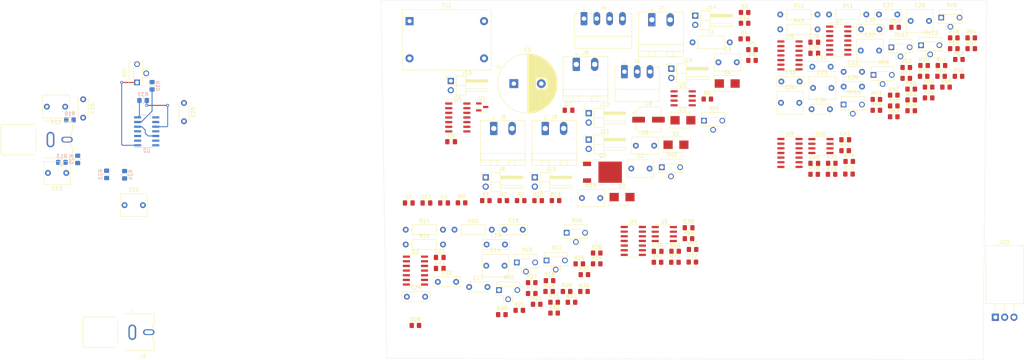
<source format=kicad_pcb>
(kicad_pcb (version 20211014) (generator pcbnew)
  (layers (0 "F.Cu" signal) (31 "B.Cu" signal) (34 "B.Paste" user) (35 "F.Paste" user) (36 "B.SilkS" user "B.Silkscreen") (37 "F.SilkS" user "F.Silkscreen") (38 "B.Mask" user) (39 "F.Mask" user) (44 "Edge.Cuts" user))
  (net 0 "")
  (net 1 "GND")
  (net 2 "+9V")
  (net 3 "Net-(C2-Pad2)")
  (net 4 "Net-(C2-Pad1)")
  (net 5 "Net-(C3-Pad2)")
  (net 6 "Net-(C4-Pad1)")
  (net 7 "vcc_prefiltered")
  (net 8 "Net-(C6-Pad1)")
  (net 9 "half_vcc")
  (net 10 "Net-(C9-Pad1)")
  (net 11 "Net-(C10-Pad2)")
  (net 12 "Net-(C10-Pad1)")
  (net 13 "/preamp_filter_r/rca_n")
  (net 14 "Net-(C12-Pad1)")
  (net 15 "/preamp_filter_r/rca_p")
  (net 16 "Net-(C13-Pad1)")
  (net 17 "Net-(C14-Pad2)")
  (net 18 "Net-(C14-Pad1)")
  (net 19 "Net-(C15-Pad2)")
  (net 20 "Net-(C15-Pad1)")
  (net 21 "Net-(C16-Pad2)")
  (net 22 "Net-(C16-Pad1)")
  (net 23 "Net-(C17-Pad2)")
  (net 24 "/preamp_filter_r/MID")
  (net 25 "Net-(C18-Pad2)")
  (net 26 "Net-(C18-Pad1)")
  (net 27 "Net-(C19-Pad2)")
  (net 28 "/preamp_filter_r/LOW")
  (net 29 "Net-(C20-Pad2)")
  (net 30 "/preamp_filter_r/HIGH")
  (net 31 "Net-(C22-Pad2)")
  (net 32 "Net-(C22-Pad1)")
  (net 33 "Net-(C24-Pad2)")
  (net 34 "/preamp_filter_r/LO_MID")
  (net 35 "/preamp_filter_l/rca_n")
  (net 36 "Net-(C25-Pad1)")
  (net 37 "/preamp_filter_l/rca_p")
  (net 38 "Net-(C26-Pad1)")
  (net 39 "Net-(C27-Pad2)")
  (net 40 "Net-(C27-Pad1)")
  (net 41 "Net-(C28-Pad2)")
  (net 42 "Net-(C28-Pad1)")
  (net 43 "Net-(C29-Pad2)")
  (net 44 "Net-(C29-Pad1)")
  (net 45 "Net-(C30-Pad2)")
  (net 46 "/preamp_filter_l/MID")
  (net 47 "Net-(C31-Pad2)")
  (net 48 "Net-(C31-Pad1)")
  (net 49 "Net-(C32-Pad2)")
  (net 50 "/preamp_filter_l/LOW")
  (net 51 "Net-(C33-Pad2)")
  (net 52 "/preamp_filter_l/HIGH")
  (net 53 "Net-(C35-Pad2)")
  (net 54 "Net-(C35-Pad1)")
  (net 55 "Net-(C37-Pad2)")
  (net 56 "/preamp_filter_l/LO_MID")
  (net 57 "Net-(D1-Pad2)")
  (net 58 "Net-(D3-Pad2)")
  (net 59 "Net-(D3-Pad1)")
  (net 60 "Net-(FL1-Pad2)")
  (net 61 "/preamp_filter_r/hi_p")
  (net 62 "/preamp_filter_r/hi_n")
  (net 63 "/preamp_filter_l/hi_p")
  (net 64 "/preamp_filter_l/hi_n")
  (net 65 "/se_to_diff_l/HI_N")
  (net 66 "/se_to_diff_l/HI_P")
  (net 67 "/se_to_diff_l/MID_N")
  (net 68 "/se_to_diff_l/MID_P")
  (net 69 "/se_to_diff_l/LOW_N")
  (net 70 "/se_to_diff_l/LOW_P")
  (net 71 "/se_to_diff_r/HI_N")
  (net 72 "/se_to_diff_r/HI_P")
  (net 73 "/se_to_diff_r/MID_N")
  (net 74 "/se_to_diff_r/MID_P")
  (net 75 "/se_to_diff_r/LOW_N")
  (net 76 "/se_to_diff_r/LOW_P")
  (net 77 "/lfe_n")
  (net 78 "/lfe_p")
  (net 79 "Net-(Q1-Pad3)")
  (net 80 "Net-(Q1-Pad1)")
  (net 81 "Net-(R5-Pad2)")
  (net 82 "Net-(R7-Pad2)")
  (net 83 "Net-(R8-Pad2)")
  (net 84 "Net-(R10-Pad1)")
  (net 85 "Net-(R11-Pad1)")
  (net 86 "Net-(R17-Pad1)")
  (net 87 "Net-(R26-Pad2)")
  (net 88 "Net-(R27-Pad1)")
  (net 89 "Net-(R29-Pad2)")
  (net 90 "Net-(R30-Pad2)")
  (net 91 "Net-(R30-Pad1)")
  (net 92 "Net-(R31-Pad2)")
  (net 93 "Net-(R32-Pad1)")
  (net 94 "Net-(R33-Pad1)")
  (net 95 "Net-(R37-Pad2)")
  (net 96 "Net-(R39-Pad2)")
  (net 97 "Net-(R44-Pad1)")
  (net 98 "Net-(R53-Pad2)")
  (net 99 "Net-(R54-Pad1)")
  (net 100 "Net-(R56-Pad2)")
  (net 101 "Net-(R57-Pad2)")
  (net 102 "Net-(R57-Pad1)")
  (net 103 "Net-(R58-Pad2)")
  (net 104 "Net-(R59-Pad1)")
  (net 105 "Net-(R60-Pad1)")
  (net 106 "Net-(R64-Pad2)")
  (net 107 "Net-(R66-Pad2)")
  (net 108 "Net-(R67-Pad1)")
  (net 109 "Net-(R68-Pad1)")
  (net 110 "Net-(R69-Pad1)")
  (net 111 "Net-(R73-Pad1)")
  (net 112 "Net-(R74-Pad1)")
  (net 113 "Net-(R75-Pad1)")
  (footprint "Capacitor_SMD:C_0805_2012Metric_Pad1.18x1.45mm_HandSolder" (layer "F.Cu") (at 119.4 74.3)
    (fp_text reference "C1")
    (fp_text value "100n")
  )
  (footprint "Capacitor_THT:C_Rect_L7.0mm_W4.5mm_P5.00mm" (layer "F.Cu") (at 180.07 64.9)
    (fp_text reference "C2")
    (fp_text value "56n")
  )
  (footprint "Capacitor_THT:C_Rect_L7.0mm_W4.5mm_P5.00mm" (layer "F.Cu") (at 203.85 35.88)
    (fp_text reference "C3")
    (fp_text value "56n")
  )
  (footprint "Capacitor_SMD:C_0805_2012Metric_Pad1.18x1.45mm_HandSolder" (layer "F.Cu") (at 129.02 74.3)
    (fp_text reference "C4")
    (fp_text value "100n")
  )
  (footprint "Capacitor_THT:CP_Radial_D16.0mm_P7.50mm" (layer "F.Cu") (at 148.044491 41.71)
    (fp_text reference "C5")
    (fp_text value "1000u")
  )
  (footprint "Capacitor_SMD:C_0805_2012Metric_Pad1.18x1.45mm_HandSolder" (layer "F.Cu") (at 130.95 57.57)
    (fp_text reference "C6")
    (fp_text value "330n")
  )
  (footprint "Capacitor_SMD:C_0805_2012Metric_Pad1.18x1.45mm_HandSolder" (layer "F.Cu") (at 162.97 48.98)
    (fp_text reference "C7")
    (fp_text value "100n")
  )
  (footprint "Capacitor_SMD:CP_Elec_6.3x5.7" (layer "F.Cu") (at 184.77 51.55)
    (fp_text reference "C8")
    (fp_text value "100u")
  )
  (footprint "Capacitor_THT:C_Rect_L7.0mm_W4.5mm_P5.00mm" (layer "F.Cu") (at 181.32 58.65)
    (fp_text reference "C9")
    (fp_text value "56n")
  )
  (footprint "Capacitor_THT:C_Rect_L7.0mm_W4.5mm_P5.00mm" (layer "F.Cu") (at 166.62 72.95)
    (fp_text reference "C10")
    (fp_text value "56n")
  )
  (footprint "Capacitor_SMD:C_0805_2012Metric_Pad1.18x1.45mm_HandSolder" (layer "F.Cu") (at 124.21 74.3)
    (fp_text reference "C11")
    (fp_text value "100n")
  )
  (footprint "Capacitor_THT:C_Rect_L7.0mm_W6.0mm_P5.00mm" (layer "F.Cu") (at 25.7 48 180)
    (fp_text reference "C12")
    (fp_text value "1u")
  )
  (footprint "Capacitor_THT:C_Rect_L7.0mm_W6.0mm_P5.00mm" (layer "F.Cu") (at 26 66.1 180)
    (fp_text reference "C13")
    (fp_text value "1u")
  )
  (footprint "Capacitor_THT:C_Rect_L7.0mm_W6.0mm_P5.00mm" (layer "F.Cu") (at 140.53 91.44)
    (fp_text reference "C14")
    (fp_text value "1u")
  )
  (footprint "Capacitor_THT:C_Rect_L7.0mm_W6.0mm_P5.00mm" (layer "F.Cu") (at 41.9 74.9)
    (fp_text reference "C15")
    (fp_text value "1u")
  )
  (footprint "Capacitor_THT:C_Disc_D5.0mm_W2.5mm_P5.00mm" (layer "F.Cu") (at 30.6 46 -90)
    (fp_text reference "C16")
    (fp_text value "10p")
  )
  (footprint "Capacitor_THT:C_Disc_D5.0mm_W2.5mm_P5.00mm" (layer "F.Cu") (at 135.87 97.24)
    (fp_text reference "C17")
    (fp_text value "47p")
  )
  (footprint "Capacitor_THT:C_Rect_L7.2mm_W2.5mm_P5.00mm_FKS2_FKP2_MKS2_MKP2" (layer "F.Cu") (at 145.49 81.59)
    (fp_text reference "C18")
    (fp_text value "22n")
  )
  (footprint "Capacitor_THT:C_Rect_L7.2mm_W2.5mm_P5.00mm_FKS2_FKP2_MKS2_MKP2" (layer "F.Cu") (at 140.63 85.64)
    (fp_text reference "C19")
    (fp_text value "22n")
  )
  (footprint "Capacitor_THT:C_Disc_D5.0mm_W2.5mm_P5.00mm" (layer "F.Cu") (at 58.1 47 -90)
    (fp_text reference "C20")
    (fp_text value "47p")
  )
  (footprint "Capacitor_SMD:C_0805_2012Metric_Pad1.18x1.45mm_HandSolder" (layer "F.Cu") (at 127.85 92.18)
    (fp_text reference "C21")
    (fp_text value "100n")
  )
  (footprint "Capacitor_THT:C_Rect_L7.2mm_W2.5mm_P5.00mm_FKS2_FKP2_MKS2_MKP2" (layer "F.Cu") (at 127.32 95.85)
    (fp_text reference "C22")
    (fp_text value "1n")
  )
  (footprint "Capacitor_SMD:C_0805_2012Metric_Pad1.18x1.45mm_HandSolder" (layer "F.Cu") (at 127.85 89.17)
    (fp_text reference "C23")
    (fp_text value "100n")
  )
  (footprint "Capacitor_THT:C_Rect_L7.2mm_W2.5mm_P5.00mm_FKS2_FKP2_MKS2_MKP2" (layer "F.Cu") (at 118.87 99.9)
    (fp_text reference "C24")
    (fp_text value "1n")
  )
  (footprint "Capacitor_THT:C_Rect_L7.0mm_W6.0mm_P5.00mm" (layer "F.Cu") (at 229.65 42.89)
    (fp_text reference "C25")
    (fp_text value "1u")
  )
  (footprint "Capacitor_THT:C_Rect_L7.0mm_W6.0mm_P5.00mm" (layer "F.Cu") (at 220.9 46.94)
    (fp_text reference "C26")
    (fp_text value "1u")
  )
  (footprint "Capacitor_THT:C_Rect_L7.0mm_W6.0mm_P5.00mm" (layer "F.Cu") (at 242.66 32.68)
    (fp_text reference "C27")
    (fp_text value "1u")
  )
  (footprint "Capacitor_THT:C_Rect_L7.0mm_W6.0mm_P5.00mm" (layer "F.Cu") (at 256.27 24.58)
    (fp_text reference "C28")
    (fp_text value "1u")
  )
  (footprint "Capacitor_THT:C_Disc_D5.0mm_W2.5mm_P5.00mm" (layer "F.Cu") (at 238 42.53)
    (fp_text reference "C29")
    (fp_text value "10p")
  )
  (footprint "Capacitor_THT:C_Disc_D5.0mm_W2.5mm_P5.00mm" (layer "F.Cu") (at 229.25 48.69)
    (fp_text reference "C30")
    (fp_text value "47p")
  )
  (footprint "Capacitor_THT:C_Rect_L7.2mm_W2.5mm_P5.00mm_FKS2_FKP2_MKS2_MKP2" (layer "F.Cu") (at 229.45 37.09)
    (fp_text reference "C31")
    (fp_text value "22n")
  )
  (footprint "Capacitor_THT:C_Rect_L7.2mm_W2.5mm_P5.00mm_FKS2_FKP2_MKS2_MKP2" (layer "F.Cu") (at 221 41.14)
    (fp_text reference "C32")
    (fp_text value "22n")
  )
  (footprint "Capacitor_THT:C_Disc_D5.0mm_W2.5mm_P5.00mm" (layer "F.Cu") (at 238 38.48)
    (fp_text reference "C33")
    (fp_text value "47p")
  )
  (footprint "Capacitor_SMD:C_0805_2012Metric_Pad1.18x1.45mm_HandSolder" (layer "F.Cu") (at 229.98 33.42)
    (fp_text reference "C34")
    (fp_text value "100n")
  )
  (footprint "Capacitor_THT:C_Rect_L7.2mm_W2.5mm_P5.00mm_FKS2_FKP2_MKS2_MKP2" (layer "F.Cu") (at 242.76 26.88)
    (fp_text reference "C35")
    (fp_text value "1n")
  )
  (footprint "Capacitor_SMD:C_0805_2012Metric_Pad1.18x1.45mm_HandSolder" (layer "F.Cu") (at 229.98 30.41)
    (fp_text reference "C36")
    (fp_text value "100n")
  )
  (footprint "Capacitor_THT:C_Rect_L7.2mm_W2.5mm_P5.00mm_FKS2_FKP2_MKS2_MKP2" (layer "F.Cu") (at 247.62 22.83)
    (fp_text reference "C37")
    (fp_text value "1n")
  )
  (footprint "Capacitor_SMD:C_0805_2012Metric_Pad1.18x1.45mm_HandSolder" (layer "F.Cu") (at 195.71 81.07)
    (fp_text reference "C38")
    (fp_text value "100n")
  )
  (footprint "Capacitor_SMD:C_0805_2012Metric_Pad1.18x1.45mm_HandSolder" (layer "F.Cu") (at 187.26 87.52)
    (fp_text reference "C39")
    (fp_text value "100n")
  )
  (footprint "Capacitor_SMD:C_0805_2012Metric_Pad1.18x1.45mm_HandSolder" (layer "F.Cu") (at 229.98 63.49)
    (fp_text reference "C40")
    (fp_text value "100n")
  )
  (footprint "Capacitor_SMD:C_0805_2012Metric_Pad1.18x1.45mm_HandSolder" (layer "F.Cu") (at 238.43 57.04)
    (fp_text reference "C41")
    (fp_text value "100n")
  )
  (footprint "Diode_SMD:D_SMB" (layer "F.Cu") (at 192.27 58.4)
    (fp_text reference "D1")
    (fp_text value "SM6T18A")
  )
  (footprint "Diode_SMD:D_SMB" (layer "F.Cu") (at 177.57 72.7)
    (fp_text reference "D2")
    (fp_text value "SM6T18A")
  )
  (footprint "Diode_SMD:D_SMB" (layer "F.Cu") (at 194.17 51.72)
    (fp_text reference "D3")
    (fp_text value "SM6T18A")
  )
  (footprint "Diode_SMD:D_SMB" (layer "F.Cu") (at 206.25 41.68)
    (fp_text reference "D4")
    (fp_text value "SM6T18A")
  )
  (footprint "Inductor_THT:L_CommonMode_Toroid_Vertical_L24.0mm_W16.3mm_Px10.16mm_Py20.32mm_Murata_5200" (layer "F.Cu") (at 119.61 24.65)
    (fp_text reference "FL1")
    (fp_text value "EMI_Filter_LL_1423")
  )
  (footprint "Connector_Phoenix_MC:PhoenixContact_MC_1,5_3-G-3.5_1x03_P3.50mm_Horizontal" (layer "F.Cu") (at 178.2 38.455)
    (fp_text reference "J1")
    (fp_text value "Conn_01x03_Male")
  )
  (footprint "footprints:CUI_RCJ-041" (layer "F.Cu") (at 17.7 57 180)
    (fp_text reference "J2")
    (fp_text value "RCJ-041")
  )
  (footprint "footprints:CUI_RCJ-041" (layer "F.Cu") (at 40 109.6 180)
    (fp_text reference "J3")
    (fp_text value "RCJ-041")
  )
  (footprint "Connector_Phoenix_MC:PhoenixContact_MC_1,5_4-G-3.5_1x04_P3.50mm_Horizontal" (layer "F.Cu") (at 167.18 23.965)
    (fp_text reference "J4")
    (fp_text value "Conn_01x04_Female")
  )
  (footprint "Connector_Phoenix_MSTB:PhoenixContact_MSTBA_2,5_2-G_1x02_P5.00mm_Horizontal" (layer "F.Cu") (at 142.57 53.955)
    (fp_text reference "J5")
    (fp_text value "Conn_01x02_Female")
  )
  (footprint "Connector_Phoenix_MSTB:PhoenixContact_MSTBA_2,5_2-G_1x02_P5.00mm_Horizontal" (layer "F.Cu") (at 156.62 53.955)
    (fp_text reference "J6")
    (fp_text value "Conn_01x02_Female")
  )
  (footprint "Connector_Phoenix_MSTB:PhoenixContact_MSTBA_2,5_2-G_1x02_P5.00mm_Horizontal" (layer "F.Cu") (at 185.68 24.275)
    (fp_text reference "J7")
    (fp_text value "Conn_01x02_Female")
  )
  (footprint "Connector_Phoenix_MSTB:PhoenixContact_MSTBA_2,5_2-G_1x02_P5.00mm_Horizontal" (layer "F.Cu") (at 165.09 36.455)
    (fp_text reference "J8")
    (fp_text value "Conn_01x02_Female")
  )
  (footprint "Connector_PinHeader_2.54mm:PinHeader_1x02_P2.54mm_Horizontal" (layer "F.Cu") (at 140.37 67.3)
    (fp_text reference "J9")
    (fp_text value "Conn_01x02_Female")
  )
  (footprint "Connector_PinHeader_2.54mm:PinHeader_1x02_P2.54mm_Horizontal" (layer "F.Cu") (at 191 37.62)
    (fp_text reference "J10")
    (fp_text value "Conn_01x02_Female")
  )
  (footprint "Connector_PinHeader_2.54mm:PinHeader_1x02_P2.54mm_Horizontal" (layer "F.Cu") (at 168.47 57)
    (fp_text reference "J11")
    (fp_text value "Conn_01x02_Female")
  )
  (footprint "Connector_PinHeader_2.54mm:PinHeader_1x02_P2.54mm_Horizontal" (layer "F.Cu") (at 168.47 49.8)
    (fp_text reference "J12")
    (fp_text value "Conn_01x02_Female")
  )
  (footprint "Connector_PinHeader_2.54mm:PinHeader_1x02_P2.54mm_Horizontal" (layer "F.Cu") (at 153.77 67.3)
    (fp_text reference "J13")
    (fp_text value "Conn_01x02_Female")
  )
  (footprint "Connector_PinHeader_2.54mm:PinHeader_1x02_P2.54mm_Horizontal" (layer "F.Cu") (at 197.53 23.13)
    (fp_text reference "J14")
    (fp_text value "Conn_01x02_Female")
  )
  (footprint "Connector_PinHeader_2.54mm:PinHeader_1x02_P2.54mm_Horizontal" (layer "F.Cu") (at 130.87 40.98)
    (fp_text reference "J15")
    (fp_text value "Conn_01x02_Female")
  )
  (footprint "Inductor_THT:L_Axial_L7.0mm_D3.3mm_P10.16mm_Horizontal_Fastron_MICC" (layer "F.Cu") (at 196.78 30.43)
    (fp_text reference "L1")
    (fp_text value "10u")
  )
  (footprint "Package_TO_SOT_SMD:SOT-23" (layer "F.Cu") (at 139.44 48.08)
    (fp_text reference "Q1")
    (fp_text value "BC817")
  )
  (footprint "Package_TO_SOT_SMD:TO-252-2" (layer "F.Cu") (at 172.22 65.9)
    (fp_text reference "Q2")
    (fp_text value "IRFR5305")
  )
  (footprint "Resistor_SMD:R_0805_2012Metric_Pad1.20x1.40mm_HandSolder" (layer "F.Cu") (at 140.42 73.65)
    (fp_text reference "R1")
    (fp_text value "10K")
  )
  (footprint "Resistor_SMD:R_0805_2012Metric_Pad1.20x1.40mm_HandSolder" (layer "F.Cu") (at 149.92 73.65)
    (fp_text reference "R2")
    (fp_text value "10K")
  )
  (footprint "Resistor_SMD:R_0805_2012Metric_Pad1.20x1.40mm_HandSolder" (layer "F.Cu") (at 210.98 22.28)
    (fp_text reference "R3")
    (fp_text value "4.7K")
  )
  (footprint "Resistor_SMD:R_0805_2012Metric_Pad1.20x1.40mm_HandSolder" (layer "F.Cu") (at 210.89 29.48)
    (fp_text reference "R4")
    (fp_text value "10K")
  )
  (footprint "Resistor_SMD:R_0805_2012Metric_Pad1.20x1.40mm_HandSolder" (layer "F.Cu") (at 213 32.43)
    (fp_text reference "R5")
    (fp_text value "10K")
  )
  (footprint "Resistor_SMD:R_0805_2012Metric_Pad1.20x1.40mm_HandSolder" (layer "F.Cu") (at 200.82 45.93)
    (fp_text reference "R6")
    (fp_text value "10K")
  )
  (footprint "Resistor_SMD:R_0805_2012Metric_Pad1.20x1.40mm_HandSolder" (layer "F.Cu") (at 145.17 73.65)
    (fp_text reference "R7")
    (fp_text value "20K")
  )
  (footprint "Resistor_SMD:R_0805_2012Metric_Pad1.20x1.40mm_HandSolder" (layer "F.Cu") (at 213 35.38)
    (fp_text reference "R8")
    (fp_text value "20K")
  )
  (footprint "Resistor_SMD:R_0805_2012Metric_Pad1.20x1.40mm_HandSolder" (layer "F.Cu") (at 133.8 74.27)
    (fp_text reference "R9")
    (fp_text value "5.8K")
  )
  (footprint "Resistor_SMD:R_0805_2012Metric_Pad1.20x1.40mm_HandSolder" (layer "F.Cu") (at 154.67 73.65)
    (fp_text reference "R10")
    (fp_text value "10K")
  )
  (footprint "Resistor_SMD:R_0805_2012Metric_Pad1.20x1.40mm_HandSolder" (layer "F.Cu") (at 159.42 73.65)
    (fp_text reference "R11")
    (fp_text value "10K")
  )
  (footprint "Resistor_SMD:R_0805_2012Metric_Pad1.20x1.40mm_HandSolder" (layer "F.Cu") (at 210.98 25.23)
    (fp_text reference "R12")
    (fp_text value "10K")
  )
  (footprint "Resistor_THT:R_Axial_DIN0207_L6.3mm_D2.5mm_P10.16mm_Horizontal" (layer "F.Cu") (at 118.57 81.59)
    (fp_text reference "R14")
    (fp_text value "10K")
  )
  (footprint "Resistor_THT:R_Axial_DIN0207_L6.3mm_D2.5mm_P10.16mm_Horizontal" (layer "F.Cu") (at 118.57 85.64)
    (fp_text reference "R15")
    (fp_text value "10K")
  )
  (footprint "Resistor_THT:R_Axial_DIN0207_L6.3mm_D2.5mm_P10.16mm_Horizontal" (layer "F.Cu") (at 131.88 81.59)
    (fp_text reference "R16")
    (fp_text value "4.7K")
  )
  (footprint "Resistor_SMD:R_0805_2012Metric_Pad1.20x1.40mm_HandSolder" (layer "F.Cu") (at 152.93 99.02)
    (fp_text reference "R17")
    (fp_text value "10K")
  )
  (footprint "Resistor_SMD:R_0805_2012Metric_Pad1.20x1.40mm_HandSolder" (layer "F.Cu") (at 157.79 95.52)
    (fp_text reference "R18")
    (fp_text value "30K")
  )
  (footprint "Resistor_SMD:R_0805_2012Metric_Pad1.20x1.40mm_HandSolder" (layer "F.Cu") (at 149.53 103.62)
    (fp_text reference "R21")
    (fp_text value "10K")
  )
  (footprint "Resistor_SMD:R_0805_2012Metric_Pad1.20x1.40mm_HandSolder" (layer "F.Cu") (at 157.68 98.47)
    (fp_text reference "R22")
    (fp_text value "30K")
  )
  (footprint "Resistor_SMD:R_0805_2012Metric_Pad1.20x1.40mm_HandSolder" (layer "F.Cu") (at 154.28 101.97)
    (fp_text reference "R25")
    (fp_text value "7.5K")
  )
  (footprint "Resistor_SMD:R_0805_2012Metric_Pad1.20x1.40mm_HandSolder" (layer "F.Cu") (at 165.9 90.92)
    (fp_text reference "R26")
    (fp_text value "18K")
  )
  (footprint "Resistor_SMD:R_0805_2012Metric_Pad1.20x1.40mm_HandSolder" (layer "F.Cu") (at 152.93 96.07)
    (fp_text reference "R27")
    (fp_text value "30K")
  )
  (footprint "Resistor_SMD:R_0805_2012Metric_Pad1.20x1.40mm_HandSolder" (layer "F.Cu") (at 121.2 107.75)
    (fp_text reference "R28")
    (fp_text value "10K")
  )
  (footprint "Resistor_SMD:R_0805_2012Metric_Pad1.20x1.40mm_HandSolder" (layer "F.Cu") (at 162.43 98.47)
    (fp_text reference "R29")
    (fp_text value "4.7K")
  )
  (footprint "Resistor_SMD:R_0805_2012Metric_Pad1.20x1.40mm_HandSolder" (layer "F.Cu") (at 159.03 101.42)
    (fp_text reference "R31")
    (fp_text value "18K")
  )
  (footprint "Resistor_SMD:R_0805_2012Metric_Pad1.20x1.40mm_HandSolder" (layer "F.Cu") (at 167.29 93.87)
    (fp_text reference "R32")
    (fp_text value "30K")
  )
  (footprint "Resistor_SMD:R_0805_2012Metric_Pad1.20x1.40mm_HandSolder" (layer "F.Cu") (at 170.65 90.92)
    (fp_text reference "R34")
    (fp_text value "30K")
  )
  (footprint "Resistor_SMD:R_0805_2012Metric_Pad1.20x1.40mm_HandSolder" (layer "F.Cu") (at 159.03 104.37)
    (fp_text reference "R35")
    (fp_text value "10K")
  )
  (footprint "Resistor_SMD:R_0805_2012Metric_Pad1.20x1.40mm_HandSolder" (layer "F.Cu") (at 167.18 98.47)
    (fp_text reference "R36")
    (fp_text value "7.5K")
  )
  (footprint "Resistor_SMD:R_0805_2012Metric_Pad1.20x1.40mm_HandSolder" (layer "F.Cu") (at 163.78 101.42)
    (fp_text reference "R37")
    (fp_text value "30K")
  )
  (footprint "Resistor_SMD:R_0805_2012Metric_Pad1.20x1.40mm_HandSolder" (layer "F.Cu") (at 170.65 87.97)
    (fp_text reference "R38")
    (fp_text value "10K")
  )
  (footprint "Resistor_SMD:R_0805_2012Metric_Pad1.20x1.40mm_HandSolder" (layer "F.Cu") (at 144.78 104.79)
    (fp_text reference "R39")
    (fp_text value "30K")
  )
  (footprint "Resistor_SMD:R_0805_2012Metric_Pad1.20x1.40mm_HandSolder" (layer "F.Cu") (at 256.41 43.21)
    (fp_text reference "R40")
    (fp_text value "10K")
  )
  (footprint "Resistor_THT:R_Axial_DIN0207_L6.3mm_D2.5mm_P10.16mm_Horizontal" (layer "F.Cu") (at 234.01 22.83)
    (fp_text reference "R41")
    (fp_text value "10K")
  )
  (footprint "Resistor_THT:R_Axial_DIN0207_L6.3mm_D2.5mm_P10.16mm_Horizontal" (layer "F.Cu") (at 220.7 22.83)
    (fp_text reference "R42")
    (fp_text value "10K")
  )
  (footprint "Resistor_THT:R_Axial_DIN0207_L6.3mm_D2.5mm_P10.16mm_Horizontal" (layer "F.Cu") (at 220.7 26.88)
    (fp_text reference "R43")
    (fp_text value "4.7K")
  )
  (footprint "Resistor_SMD:R_0805_2012Metric_Pad1.20x1.40mm_HandSolder" (layer "F.Cu") (at 264.67 36.76)
    (fp_text reference "R44")
    (fp_text value "10K")
  )
  (footprint "Resistor_SMD:R_0805_2012Metric_Pad1.20x1.40mm_HandSolder" (layer "F.Cu") (at 251.66 47.81)
    (fp_text reference "R45")
    (fp_text value "30K")
  )
  (footprint "Resistor_SMD:R_0805_2012Metric_Pad1.20x1.40mm_HandSolder" (layer "F.Cu") (at 259.81 39.71)
    (fp_text reference "R46")
    (fp_text value "30K")
  )
  (footprint "Resistor_SMD:R_0805_2012Metric_Pad1.20x1.40mm_HandSolder" (layer "F.Cu") (at 251.66 44.86)
    (fp_text reference "R47")
    (fp_text value "30K")
  )
  (footprint "Resistor_SMD:R_0805_2012Metric_Pad1.20x1.40mm_HandSolder" (layer "F.Cu") (at 268.03 29.21)
    (fp_text reference "R48")
    (fp_text value "10K")
  )
  (footprint "Resistor_SMD:R_0805_2012Metric_Pad1.20x1.40mm_HandSolder" (layer "F.Cu") (at 246.91 48.98)
    (fp_text reference "R49")
    (fp_text value "30K")
  )
  (footprint "Resistor_SMD:R_0805_2012Metric_Pad1.20x1.40mm_HandSolder" (layer "F.Cu") (at 259.92 36.76)
    (fp_text reference "R50")
    (fp_text value "30K")
  )
  (footprint "Resistor_SMD:R_0805_2012Metric_Pad1.20x1.40mm_HandSolder" (layer "F.Cu") (at 255.06 40.26)
    (fp_text reference "R51")
    (fp_text value "30K")
  )
  (footprint "Resistor_SMD:R_0805_2012Metric_Pad1.20x1.40mm_HandSolder" (layer "F.Cu") (at 255.06 37.31)
    (fp_text reference "R52")
    (fp_text value "7.5K")
  )
  (footprint "Resistor_SMD:R_0805_2012Metric_Pad1.20x1.40mm_HandSolder" (layer "F.Cu") (at 246.91 46.03)
    (fp_text reference "R53")
    (fp_text value "18K")
  )
  (footprint "Resistor_SMD:R_0805_2012Metric_Pad1.20x1.40mm_HandSolder" (layer "F.Cu") (at 252.01 26.33)
    (fp_text reference "R54")
    (fp_text value "30K")
  )
  (footprint "Resistor_SMD:R_0805_2012Metric_Pad1.20x1.40mm_HandSolder" (layer "F.Cu") (at 269.31 39.71)
    (fp_text reference "R55")
    (fp_text value "10K")
  )
  (footprint "Resistor_SMD:R_0805_2012Metric_Pad1.20x1.40mm_HandSolder" (layer "F.Cu") (at 261.16 45.61)
    (fp_text reference "R56")
    (fp_text value "4.7K")
  )
  (footprint "Resistor_SMD:R_0805_2012Metric_Pad1.20x1.40mm_HandSolder" (layer "F.Cu") (at 272.78 32.16)
    (fp_text reference "R57")
    (fp_text value "30K")
  )
  (footprint "Resistor_SMD:R_0805_2012Metric_Pad1.20x1.40mm_HandSolder" (layer "F.Cu") (at 256.41 49.11)
    (fp_text reference "R58")
    (fp_text value "18K")
  )
  (footprint "Resistor_SMD:R_0805_2012Metric_Pad1.20x1.40mm_HandSolder" (layer "F.Cu") (at 269.42 35.11)
    (fp_text reference "R59")
    (fp_text value "30K")
  )
  (footprint "Resistor_SMD:R_0805_2012Metric_Pad1.20x1.40mm_HandSolder" (layer "F.Cu") (at 261.16 42.66)
    (fp_text reference "R60")
    (fp_text value "10K")
  )
  (footprint "Resistor_SMD:R_0805_2012Metric_Pad1.20x1.40mm_HandSolder" (layer "F.Cu") (at 256.41 46.16)
    (fp_text reference "R61")
    (fp_text value "30K")
  )
  (footprint "Resistor_SMD:R_0805_2012Metric_Pad1.20x1.40mm_HandSolder" (layer "F.Cu") (at 264.56 39.71)
    (fp_text reference "R62")
    (fp_text value "10K")
  )
  (footprint "Resistor_SMD:R_0805_2012Metric_Pad1.20x1.40mm_HandSolder" (layer "F.Cu") (at 251.66 50.76)
    (fp_text reference "R63")
    (fp_text value "7.5K")
  )
  (footprint "Resistor_SMD:R_0805_2012Metric_Pad1.20x1.40mm_HandSolder" (layer "F.Cu") (at 272.78 29.21)
    (fp_text reference "R64")
    (fp_text value "30K")
  )
  (footprint "Resistor_SMD:R_0805_2012Metric_Pad1.20x1.40mm_HandSolder" (layer "F.Cu") (at 268.03 32.16)
    (fp_text reference "R65")
    (fp_text value "10K")
  )
  (footprint "Resistor_SMD:R_0805_2012Metric_Pad1.20x1.40mm_HandSolder" (layer "F.Cu") (at 265.91 42.66)
    (fp_text reference "R66")
    (fp_text value "30K")
  )
  (footprint "Resistor_SMD:R_0805_2012Metric_Pad1.20x1.40mm_HandSolder" (layer "F.Cu") (at 187.23 90.5)
    (fp_text reference "R67")
    (fp_text value "10K")
  )
  (footprint "Resistor_SMD:R_0805_2012Metric_Pad1.20x1.40mm_HandSolder" (layer "F.Cu") (at 192.04 87.49)
    (fp_text reference "R68")
    (fp_text value "10K")
  )
  (footprint "Resistor_SMD:R_0805_2012Metric_Pad1.20x1.40mm_HandSolder" (layer "F.Cu") (at 195.68 84.05)
    (fp_text reference "R69")
    (fp_text value "10K")
  )
  (footprint "Resistor_SMD:R_0805_2012Metric_Pad1.20x1.40mm_HandSolder" (layer "F.Cu") (at 191.98 90.5)
    (fp_text reference "R70")
    (fp_text value "10K")
  )
  (footprint "Resistor_SMD:R_0805_2012Metric_Pad1.20x1.40mm_HandSolder" (layer "F.Cu") (at 196.79 87)
    (fp_text reference "R71")
    (fp_text value "10K")
  )
  (footprint "Resistor_SMD:R_0805_2012Metric_Pad1.20x1.40mm_HandSolder" (layer "F.Cu") (at 196.73 90.44)
    (fp_text reference "R72")
    (fp_text value "10K")
  )
  (footprint "Resistor_SMD:R_0805_2012Metric_Pad1.20x1.40mm_HandSolder" (layer "F.Cu") (at 239.45 66.41)
    (fp_text reference "R73")
    (fp_text value "10K")
  )
  (footprint "Resistor_SMD:R_0805_2012Metric_Pad1.20x1.40mm_HandSolder" (layer "F.Cu") (at 239.51 62.97)
    (fp_text reference "R74")
    (fp_text value "10K")
  )
  (footprint "Resistor_SMD:R_0805_2012Metric_Pad1.20x1.40mm_HandSolder" (layer "F.Cu") (at 234.7 66.47)
    (fp_text reference "R75")
    (fp_text value "10K")
  )
  (footprint "Resistor_SMD:R_0805_2012Metric_Pad1.20x1.40mm_HandSolder" (layer "F.Cu") (at 238.4 60.02)
    (fp_text reference "R76")
    (fp_text value "10K")
  )
  (footprint "Resistor_SMD:R_0805_2012Metric_Pad1.20x1.40mm_HandSolder" (layer "F.Cu") (at 234.76 63.46)
    (fp_text reference "R77")
    (fp_text value "10K")
  )
  (footprint "Resistor_SMD:R_0805_2012Metric_Pad1.20x1.40mm_HandSolder" (layer "F.Cu") (at 229.95 66.47)
    (fp_text reference "R78")
    (fp_text value "10K")
  )
  (footprint "Potentiometer_THT:Potentiometer_Runtron_RM-063_Horizontal" (layer "F.Cu") (at 199.9 51.82)
    (fp_text reference "RV1")
    (fp_text value "50K")
  )
  (footprint "Potentiometer_THT:Potentiometer_Runtron_RM-063_Horizontal" (layer "F.Cu") (at 188.4 64.55)
    (fp_text reference "RV2")
    (fp_text value "50K")
  )
  (footprint "Potentiometer_THT:Potentiometer_Runtron_RM-063_Horizontal" (layer "F.Cu") (at 148.86 90.54)
    (fp_text reference "RV3")
    (fp_text value "100K")
  )
  (footprint "Potentiometer_THT:Potentiometer_Runtron_RM-063_Horizontal" (layer "F.Cu") (at 45.3 41.4 90)
    (fp_text reference "RV4")
    (fp_text value "50K")
  )
  (footprint "Potentiometer_THT:Potentiometer_Runtron_RM-063_Horizontal" (layer "F.Cu") (at 144 98.09)
    (fp_text reference "RV5")
    (fp_text value "100K")
  )
  (footprint "Potentiometer_THT:Potentiometer_Runtron_RM-063_Horizontal" (layer "F.Cu") (at 162.47 82.44)
    (fp_text reference "RV6")
    (fp_text value "50K")
  )
  (footprint "Potentiometer_THT:Potentiometer_Runtron_RM-063_Horizontal" (layer "F.Cu") (at 156.97 89.99)
    (fp_text reference "RV7")
    (fp_text value "50K")
  )
  (footprint "Potentiometer_THT:Potentiometer_Runtron_RM-063_Horizontal" (layer "F.Cu") (at 246.13 39.33)
    (fp_text reference "RV8")
    (fp_text value "100K")
  )
  (footprint "Potentiometer_THT:Potentiometer_Runtron_RM-063_Horizontal" (layer "F.Cu") (at 264.6 23.68)
    (fp_text reference "RV9")
    (fp_text value "50K")
  )
  (footprint "Potentiometer_THT:Potentiometer_Runtron_RM-063_Horizontal" (layer "F.Cu") (at 237.98 47.43)
    (fp_text reference "RV10")
    (fp_text value "100K")
  )
  (footprint "Potentiometer_THT:Potentiometer_Runtron_RM-063_Horizontal" (layer "F.Cu") (at 250.99 31.78)
    (fp_text reference "RV11")
    (fp_text value "50K")
  )
  (footprint "Potentiometer_THT:Potentiometer_Runtron_RM-063_Horizontal" (layer "F.Cu") (at 259.1 31.23)
    (fp_text reference "RV12")
    (fp_text value "50K")
  )
  (footprint "Package_SO:SOIC-8_3.9x4.9mm_P1.27mm" (layer "F.Cu") (at 194.22 45.72)
    (fp_text reference "U1")
    (fp_text value "NJM4580")
  )
  (footprint "Package_SO:SOIC-14_3.9x8.7mm_P1.27mm" (layer "F.Cu") (at 121.22 92.77)
    (fp_text reference "U3")
    (fp_text value "MC33079")
  )
  (footprint "Package_SO:SOIC-14_3.9x8.7mm_P1.27mm" (layer "F.Cu") (at 180.63 84.67)
    (fp_text reference "U4")
    (fp_text value "MC33079")
  )
  (footprint "Package_SO:SOIC-8_3.9x4.9mm_P1.27mm" (layer "F.Cu") (at 189.08 82.79)
    (fp_text reference "U5")
    (fp_text value "NJM4580")
  )
  (footprint "Package_SO:SOIC-14_3.9x8.7mm_P1.27mm" (layer "F.Cu") (at 132.77 50.96)
    (fp_text reference "U6")
    (fp_text value "MC33079")
  )
  (footprint "Package_SO:SOIC-14_3.9x8.7mm_P1.27mm" (layer "F.Cu") (at 236.66 29.96)
    (fp_text reference "U7")
    (fp_text value "MC33079")
  )
  (footprint "Package_SO:SOIC-14_3.9x8.7mm_P1.27mm" (layer "F.Cu") (at 223.35 34.01)
    (fp_text reference "U8")
    (fp_text value "MC33079")
  )
  (footprint "Package_SO:SOIC-14_3.9x8.7mm_P1.27mm" (layer "F.Cu") (at 223.35 60.64)
    (fp_text reference "U9")
    (fp_text value "MC33079")
  )
  (footprint "Package_SO:SOIC-8_3.9x4.9mm_P1.27mm" (layer "F.Cu") (at 231.8 58.76)
    (fp_text reference "U10")
    (fp_text value "NJM4580")
  )
  (footprint "Package_TO_SOT_THT:TO-220-3_Horizontal_TabDown" (layer "F.Cu") (at 279.36 105.5)
    (fp_text reference "U11")
    (fp_text value "L7809")
  )
  (footprint "Resistor_SMD:R_0805_2012Metric_Pad1.20x1.40mm_HandSolder" (layer "B.Cu") (at 24.8 63.2 180)
    (fp_text reference "R13")
    (fp_text value "10K")
  )
  (footprint "Resistor_SMD:R_0805_2012Metric_Pad1.20x1.40mm_HandSolder" (layer "B.Cu") (at 27 51.6 180)
    (fp_text reference "R19")
    (fp_text value "30K")
  )
  (footprint "Resistor_SMD:R_0805_2012Metric_Pad1.20x1.40mm_HandSolder" (layer "B.Cu") (at 29.1 62.4 -90)
    (fp_text reference "R20")
    (fp_text value "30K")
  )
  (footprint "Resistor_SMD:R_0805_2012Metric_Pad1.20x1.40mm_HandSolder" (layer "B.Cu") (at 37 66.5 -90)
    (fp_text reference "R23")
    (fp_text value "30K")
  )
  (footprint "Resistor_SMD:R_0805_2012Metric_Pad1.20x1.40mm_HandSolder" (layer "B.Cu") (at 41.9 66.6 90)
    (fp_text reference "R24")
    (fp_text value "30K")
  )
  (footprint "Resistor_SMD:R_0805_2012Metric_Pad1.20x1.40mm_HandSolder" (layer "B.Cu") (at 49.4 42.3 90)
    (fp_text reference "R30")
    (fp_text value "30K")
  )
  (footprint "Resistor_SMD:R_0805_2012Metric_Pad1.20x1.40mm_HandSolder" (layer "B.Cu") (at 46.95 46.3 180)
    (fp_text reference "R33")
    (fp_text value "10K")
  )
  (footprint "Package_SO:SOIC-14_3.9x8.7mm_P1.27mm" (layer "B.Cu") (at 47.925 54.74)
    (fp_text reference "U2")
    (fp_text value "MC33079")
  )
  (gr_line (start 113.4 116.7) (end 111.8 18.9) (layer "Edge.Cuts") (width 0.05))
  (gr_line (start 111.8 18.9) (end 277 18.9) (layer "Edge.Cuts") (width 0.05))
  (gr_line (start 276 117.1) (end 113.4 116.7) (layer "Edge.Cuts") (width 0.05))
  (gr_line (start 277 18.9) (end 276 117.1) (layer "Edge.Cuts") (width 0.05))
  (segment (start 45.45 53.47) (end 46.62 53.47) (width 0.25) (layer "B.Cu") (net 9))
  (segment (start 47.55 55.25) (end 48.31 56.01) (width 0.25) (layer "B.Cu") (net 9))
  (segment (start 48.31 56.01) (end 50.4 56.01) (width 0.25) (layer "B.Cu") (net 9))
  (segment (start 47.55 54.4) (end 47.55 55.25) (width 0.25) (layer "B.Cu") (net 9))
  (segment (start 46.62 53.47) (end 47.55 54.4) (width 0.25) (layer "B.Cu") (net 9))
  (segment (start 45.3 41.4) (end 41.1 41.4) (width 0.25) (layer "F.Cu") (net 88))
  (via (at 41.1 41.4) (size 0.8) (drill 0.4) (layers "F.Cu" "B.Cu") (net 88))
  (segment (start 41.1 41.4) (end 41.1 58.3) (width 0.25) (layer "B.Cu") (net 88))
  (segment (start 41.1 58.3) (end 41.35 58.55) (width 0.25) (layer "B.Cu") (net 88))
  (segment (start 41.35 58.55) (end 45.45 58.55) (width 0.25) (layer "B.Cu") (net 88))
  (segment (start 46.425 52.2) (end 49.4 49.225) (width 0.25) (layer "B.Cu") (net 91))
  (segment (start 45.45 52.2) (end 46.425 52.2) (width 0.25) (layer "B.Cu") (net 91))
  (segment (start 49.4 49.225) (end 49.4 43.3) (width 0.25) (layer "B.Cu") (net 91))
  (segment (start 45.95 50.43) (end 45.45 50.93) (width 0.25) (layer "B.Cu") (net 93))
  (segment (start 45.95 46.3) (end 45.95 50.43) (width 0.25) (layer "B.Cu") (net 93))
  (segment (start 47.95 47.65) (end 53.65 47.65) (width 0.25) (layer "F.Cu") (net 94))
  (via (at 47.95 47.65) (size 0.8) (drill 0.4) (layers "F.Cu" "B.Cu") (net 94))
  (via (at 53.65 47.65) (size 0.8) (drill 0.4) (layers "F.Cu" "B.Cu") (net 94))
  (segment (start 53.65 53.3) (end 53.48 53.47) (width 0.25) (layer "B.Cu") (net 94))
  (segment (start 53.48 53.47) (end 50.4 53.47) (width 0.25) (layer "B.Cu") (net 94))
  (segment (start 47.95 46.3) (end 47.95 47.65) (width 0.25) (layer "B.Cu") (net 94))
  (segment (start 53.65 47.65) (end 53.65 53.3) (width 0.25) (layer "B.Cu") (net 94))
)
</source>
